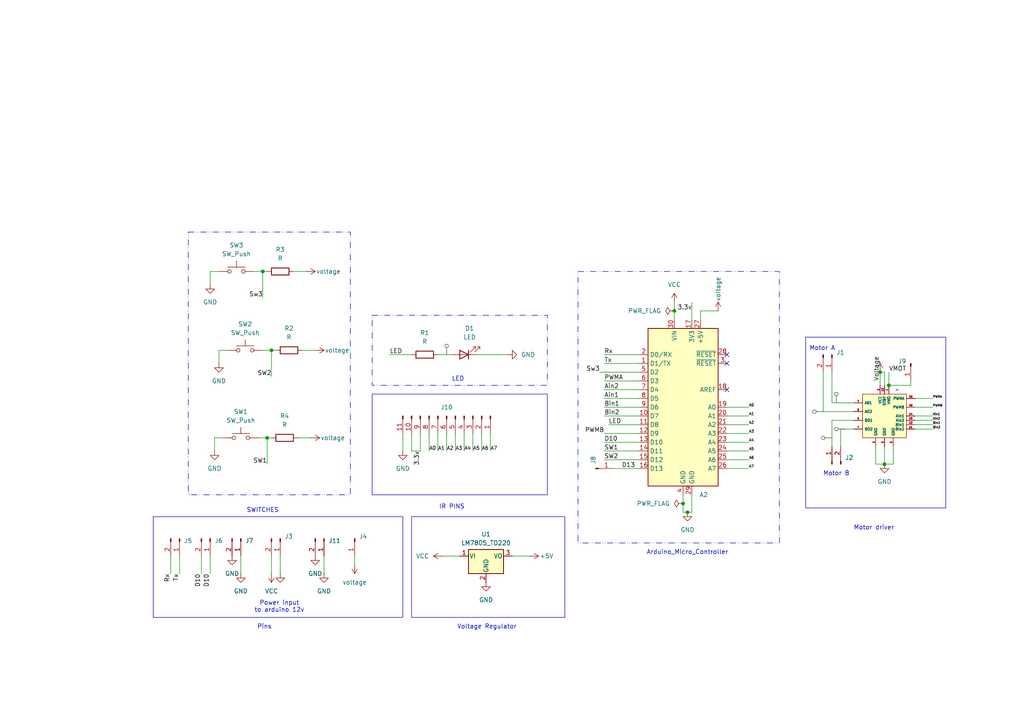
<source format=kicad_sch>
(kicad_sch (version 20231120) (generator "eeschema") (generator_version "8.0")
  (paper "A4")
  (title_block (title "MicroMouse") (date "2024-07-05") (rev "V1") (company "Prashant Bhandari") (comment 1 "prototype"))
  (lib_symbols
    (symbol "Connector:Conn_01x01_Pin" (pin_names (offset 1.016) hide)
      (property "Reference" "J" (at 0 2.54 0))
      (property "Value" "Conn_01x01_Pin" (at 0 -2.54 0))
      (symbol "Conn_01x01_Pin_1_1"
        (polyline (pts (xy 1.27 0) (xy 0.8636 0)) (stroke (width 0.1524)))
        (rectangle (start 0.8636 0.127) (end 0 -0.127) (stroke (width 0.1524)) (fill (type outline)))
        (pin passive line (at 5.08 0 180) (length 3.81) (name "Pin_1") (number "1"))
      )
    )
    (symbol "Connector:Conn_01x02_Pin" (pin_names (offset 1.016) hide)
      (property "Reference" "J" (at 0 2.54 0))
      (property "Value" "Conn_01x02_Pin" (at 0 -5.08 0))
      (symbol "Conn_01x02_Pin_1_1"
        (polyline (pts (xy 1.27 -2.54) (xy 0.8636 -2.54)) (stroke (width 0.1524)))
        (polyline (pts (xy 1.27 0) (xy 0.8636 0)) (stroke (width 0.1524)))
        (rectangle (start 0.8636 -2.413) (end 0 -2.667) (stroke (width 0.1524)) (fill (type outline)))
        (rectangle (start 0.8636 0.127) (end 0 -0.127) (stroke (width 0.1524)) (fill (type outline)))
        (pin passive line (at 5.08 0 180) (length 3.81) (name "Pin_1") (number "1"))
        (pin passive line (at 5.08 -2.54 180) (length 3.81) (name "Pin_2") (number "2"))
      )
    )
    (symbol "Connector:Conn_01x11_Pin" (pin_names (offset 1.016) hide)
      (property "Reference" "J" (at 0 15.24 0))
      (property "Value" "Conn_01x11_Pin" (at 0 -15.24 0))
      (symbol "Conn_01x11_Pin_1_1"
        (polyline (pts (xy 1.27 -12.7) (xy 0.8636 -12.7)) (stroke (width 0.1524)))
        (polyline (pts (xy 1.27 -10.16) (xy 0.8636 -10.16)) (stroke (width 0.1524)))
        (polyline (pts (xy 1.27 -7.62) (xy 0.8636 -7.62)) (stroke (width 0.1524)))
        (polyline (pts (xy 1.27 -5.08) (xy 0.8636 -5.08)) (stroke (width 0.1524)))
        (polyline (pts (xy 1.27 -2.54) (xy 0.8636 -2.54)) (stroke (width 0.1524)))
        (polyline (pts (xy 1.27 0) (xy 0.8636 0)) (stroke (width 0.1524)))
        (polyline (pts (xy 1.27 2.54) (xy 0.8636 2.54)) (stroke (width 0.1524)))
        (polyline (pts (xy 1.27 5.08) (xy 0.8636 5.08)) (stroke (width 0.1524)))
        (polyline (pts (xy 1.27 7.62) (xy 0.8636 7.62)) (stroke (width 0.1524)))
        (polyline (pts (xy 1.27 10.16) (xy 0.8636 10.16)) (stroke (width 0.1524)))
        (polyline (pts (xy 1.27 12.7) (xy 0.8636 12.7)) (stroke (width 0.1524)))
        (rectangle (start 0.8636 -12.573) (end 0 -12.827) (stroke (width 0.1524)) (fill (type outline)))
        (rectangle (start 0.8636 -10.033) (end 0 -10.287) (stroke (width 0.1524)) (fill (type outline)))
        (rectangle (start 0.8636 -7.493) (end 0 -7.747) (stroke (width 0.1524)) (fill (type outline)))
        (rectangle (start 0.8636 -4.953) (end 0 -5.207) (stroke (width 0.1524)) (fill (type outline)))
        (rectangle (start 0.8636 -2.413) (end 0 -2.667) (stroke (width 0.1524)) (fill (type outline)))
        (rectangle (start 0.8636 0.127) (end 0 -0.127) (stroke (width 0.1524)) (fill (type outline)))
        (rectangle (start 0.8636 2.667) (end 0 2.413) (stroke (width 0.1524)) (fill (type outline)))
        (rectangle (start 0.8636 5.207) (end 0 4.953) (stroke (width 0.1524)) (fill (type outline)))
        (rectangle (start 0.8636 7.747) (end 0 7.493) (stroke (width 0.1524)) (fill (type outline)))
        (rectangle (start 0.8636 10.287) (end 0 10.033) (stroke (width 0.1524)) (fill (type outline)))
        (rectangle (start 0.8636 12.827) (end 0 12.573) (stroke (width 0.1524)) (fill (type outline)))
        (pin passive line (at 5.08 12.7 180) (length 3.81) (name "Pin_1") (number "1"))
        (pin passive line (at 5.08 -10.16 180) (length 3.81) (name "Pin_10") (number "10"))
        (pin passive line (at 5.08 -12.7 180) (length 3.81) (name "Pin_11") (number "11"))
        (pin passive line (at 5.08 10.16 180) (length 3.81) (name "Pin_2") (number "2"))
        (pin passive line (at 5.08 7.62 180) (length 3.81) (name "Pin_3") (number "3"))
        (pin passive line (at 5.08 5.08 180) (length 3.81) (name "Pin_4") (number "4"))
        (pin passive line (at 5.08 2.54 180) (length 3.81) (name "Pin_5") (number "5"))
        (pin passive line (at 5.08 0 180) (length 3.81) (name "Pin_6") (number "6"))
        (pin passive line (at 5.08 -2.54 180) (length 3.81) (name "Pin_7") (number "7"))
        (pin passive line (at 5.08 -5.08 180) (length 3.81) (name "Pin_8") (number "8"))
        (pin passive line (at 5.08 -7.62 180) (length 3.81) (name "Pin_9") (number "9"))
      )
    )
    (symbol "Device:LED" (pin_numbers hide) (pin_names (offset 1.016) hide)
      (property "Reference" "D" (at 0 2.54 0))
      (property "Value" "LED" (at 0 -2.54 0))
      (symbol "LED_0_1"
        (polyline (pts (xy -1.27 -1.27) (xy -1.27 1.27)) (stroke (width 0.254)))
        (polyline (pts (xy -1.27 0) (xy 1.27 0)))
        (polyline (pts (xy 1.27 -1.27) (xy 1.27 1.27) (xy -1.27 0) (xy 1.27 -1.27)) (stroke (width 0.254)))
        (polyline (pts (xy -3.048 -0.762) (xy -4.572 -2.286) (xy -3.81 -2.286) (xy -4.572 -2.286) (xy -4.572 -1.524)))
        (polyline (pts (xy -1.778 -0.762) (xy -3.302 -2.286) (xy -2.54 -2.286) (xy -3.302 -2.286) (xy -3.302 -1.524)))
      )
      (symbol "LED_1_1"
        (pin passive line (at -3.81 0 0) (length 2.54) (name "K") (number "1"))
        (pin passive line (at 3.81 0 180) (length 2.54) (name "A") (number "2"))
      )
    )
    (symbol "Device:R" (pin_numbers hide) (pin_names (offset 0))
      (property "Reference" "R" (at 2.032 0 90))
      (property "Value" "R" (at 0 0 90))
      (symbol "R_0_1"
        (rectangle (start -1.016 -2.54) (end 1.016 2.54) (stroke (width 0.254)))
      )
      (symbol "R_1_1"
        (pin passive line (at 0 3.81 270) (length 1.27) (name "~") (number "1"))
        (pin passive line (at 0 -3.81 90) (length 1.27) (name "~") (number "2"))
      )
    )
    (symbol "MCU_Module:Arduino_Nano_v3.x"
      (property "Reference" "A" (at -10.16 23.495 0))
      (property "Value" "Arduino_Nano_v3.x" (at 5.08 -24.13 0))
      (symbol "Arduino_Nano_v3.x_0_1"
        (rectangle (start -10.16 22.86) (end 10.16 -22.86) (stroke (width 0.254)) (fill (type background)))
      )
      (symbol "Arduino_Nano_v3.x_1_1"
        (pin bidirectional line (at -12.7 12.7 0) (length 2.54) (name "D1/TX") (number "1"))
        (pin bidirectional line (at -12.7 -2.54 0) (length 2.54) (name "D7") (number "10"))
        (pin bidirectional line (at -12.7 -5.08 0) (length 2.54) (name "D8") (number "11"))
        (pin bidirectional line (at -12.7 -7.62 0) (length 2.54) (name "D9") (number "12"))
        (pin bidirectional line (at -12.7 -10.16 0) (length 2.54) (name "D10") (number "13"))
        (pin bidirectional line (at -12.7 -12.7 0) (length 2.54) (name "D11") (number "14"))
        (pin bidirectional line (at -12.7 -15.24 0) (length 2.54) (name "D12") (number "15"))
        (pin bidirectional line (at -12.7 -17.78 0) (length 2.54) (name "D13") (number "16"))
        (pin power_out line (at 2.54 25.4 270) (length 2.54) (name "3V3") (number "17"))
        (pin input line (at 12.7 5.08 180) (length 2.54) (name "AREF") (number "18"))
        (pin bidirectional line (at 12.7 0 180) (length 2.54) (name "A0") (number "19"))
        (pin bidirectional line (at -12.7 15.24 0) (length 2.54) (name "D0/RX") (number "2"))
        (pin bidirectional line (at 12.7 -2.54 180) (length 2.54) (name "A1") (number "20"))
        (pin bidirectional line (at 12.7 -5.08 180) (length 2.54) (name "A2") (number "21"))
        (pin bidirectional line (at 12.7 -7.62 180) (length 2.54) (name "A3") (number "22"))
        (pin bidirectional line (at 12.7 -10.16 180) (length 2.54) (name "A4") (number "23"))
        (pin bidirectional line (at 12.7 -12.7 180) (length 2.54) (name "A5") (number "24"))
        (pin bidirectional line (at 12.7 -15.24 180) (length 2.54) (name "A6") (number "25"))
        (pin bidirectional line (at 12.7 -17.78 180) (length 2.54) (name "A7") (number "26"))
        (pin power_out line (at 5.08 25.4 270) (length 2.54) (name "+5V") (number "27"))
        (pin input line (at 12.7 15.24 180) (length 2.54) (name "~{RESET}") (number "28"))
        (pin power_in line (at 2.54 -25.4 90) (length 2.54) (name "GND") (number "29"))
        (pin input line (at 12.7 12.7 180) (length 2.54) (name "~{RESET}") (number "3"))
        (pin power_in line (at -2.54 25.4 270) (length 2.54) (name "VIN") (number "30"))
        (pin power_in line (at 0 -25.4 90) (length 2.54) (name "GND") (number "4"))
        (pin bidirectional line (at -12.7 10.16 0) (length 2.54) (name "D2") (number "5"))
        (pin bidirectional line (at -12.7 7.62 0) (length 2.54) (name "D3") (number "6"))
        (pin bidirectional line (at -12.7 5.08 0) (length 2.54) (name "D4") (number "7"))
        (pin bidirectional line (at -12.7 2.54 0) (length 2.54) (name "D5") (number "8"))
        (pin bidirectional line (at -12.7 0 0) (length 2.54) (name "D6") (number "9"))
      )
    )
    (symbol "Regulator_Linear:LM7805_TO220" (pin_names (offset 0.254))
      (property "Reference" "U" (at -3.81 3.175 0))
      (property "Value" "LM7805_TO220" (at 0 3.175 0))
      (symbol "LM7805_TO220_0_1"
        (rectangle (start -5.08 1.905) (end 5.08 -5.08) (stroke (width 0.254)) (fill (type background)))
      )
      (symbol "LM7805_TO220_1_1"
        (pin power_in line (at -7.62 0 0) (length 2.54) (name "VI") (number "1"))
        (pin power_in line (at 0 -7.62 90) (length 2.54) (name "GND") (number "2"))
        (pin power_out line (at 7.62 0 180) (length 2.54) (name "VO") (number "3"))
      )
    )
    (symbol "Switch:SW_Push" (pin_numbers hide) (pin_names (offset 1.016) hide)
      (property "Reference" "SW" (at 1.27 2.54 0))
      (property "Value" "SW_Push" (at 0 -1.524 0))
      (symbol "SW_Push_0_1"
        (circle (center -2.032 0) (radius 0.508))
        (polyline (pts (xy 0 1.27) (xy 0 3.048)))
        (polyline (pts (xy 2.54 1.27) (xy -2.54 1.27)))
        (circle (center 2.032 0) (radius 0.508))
        (pin passive line (at -5.08 0 0) (length 2.54) (name "1") (number "1"))
        (pin passive line (at 5.08 0 180) (length 2.54) (name "2") (number "2"))
      )
    )
    (symbol "micromouse1.0:tbfng_motor_driver"
      (property "Value" "~" (at 3.1149 7.62 0))
      (symbol "tbfng_motor_driver_1_1"
        (rectangle (start -6.35 6.35) (end 6.35 -6.35) (fill (type background)))
        (pin power_in line (at 1.27 8.89 270) (length 2.54) (name "VMO") (number "1"))
        (pin input line (at 8.89 2.54 180) (length 2.54) (name "PWMB") (number "10"))
        (pin input line (at 8.89 -3.81 180) (length 2.54) (name "Bin2") (number "11"))
        (pin input line (at 8.89 -2.54 180) (length 2.54) (name "Bin1") (number "12"))
        (pin power_in line (at 0 8.89 270) (length 2.54) (name "STBY") (number "13"))
        (pin input line (at 8.89 0 180) (length 2.54) (name "Ain1") (number "14"))
        (pin input line (at 8.89 -1.27 180) (length 2.54) (name "Ain2") (number "15"))
        (pin input line (at 8.89 5.08 180) (length 2.54) (name "PWMA") (number "16"))
        (pin power_in line (at -1.27 8.89 270) (length 2.54) (name "VCC") (number "2"))
        (pin power_in line (at -2.54 -8.89 90) (length 2.54) (name "GND") (number "3"))
        (pin power_out line (at -8.89 3.81 0) (length 2.54) (name "A01") (number "4"))
        (pin power_out line (at -8.89 1.27 0) (length 2.54) (name "AO2") (number "5"))
        (pin power_out line (at -8.89 -1.27 0) (length 2.54) (name "BO1") (number "6"))
        (pin power_out line (at -8.89 -3.81 0) (length 2.54) (name "BO2") (number "7"))
        (pin power_in line (at 0 -8.89 90) (length 2.54) (name "GND") (number "8"))
        (pin power_in line (at 2.54 -8.89 90) (length 2.54) (name "GND") (number "9"))
      )
    )
    (symbol "power:+5V" (power) (pin_numbers hide) (pin_names (offset 0) hide)
      (property "Value" "+5V" (at 0 3.556 0))
      (symbol "+5V_0_1"
        (polyline (pts (xy -0.762 1.27) (xy 0 2.54)))
        (polyline (pts (xy 0 0) (xy 0 2.54)))
        (polyline (pts (xy 0 2.54) (xy 0.762 1.27)))
      )
      (symbol "+5V_1_1"
        (pin power_in line (at 0 0 90) (length 0) (name "~") (number "1"))
      )
    )
    (symbol "power:GND" (power) (pin_numbers hide) (pin_names (offset 0) hide)
      (property "Value" "GND" (at 0 -3.81 0))
      (symbol "GND_0_1"
        (polyline (pts (xy 0 0) (xy 0 -1.27) (xy 1.27 -1.27) (xy 0 -2.54) (xy -1.27 -1.27) (xy 0 -1.27)))
      )
      (symbol "GND_1_1"
        (pin power_in line (at 0 0 270) (length 0) (name "~") (number "1"))
      )
    )
    (symbol "power:PWR_FLAG" (power) (pin_numbers hide) (pin_names (offset 0) hide)
      (property "Value" "PWR_FLAG" (at 0 3.81 0))
      (symbol "PWR_FLAG_0_0"
        (pin power_out line (at 0 0 90) (length 0) (name "~") (number "1"))
      )
      (symbol "PWR_FLAG_0_1"
        (polyline (pts (xy 0 0) (xy 0 1.27) (xy -1.016 1.905) (xy 0 2.54) (xy 1.016 1.905) (xy 0 1.27)))
      )
    )
    (symbol "power:VCC" (power) (pin_numbers hide) (pin_names (offset 0) hide)
      (property "Value" "VCC" (at 0 3.556 0))
      (symbol "VCC_0_1"
        (polyline (pts (xy -0.762 1.27) (xy 0 2.54)))
        (polyline (pts (xy 0 0) (xy 0 2.54)))
        (polyline (pts (xy 0 2.54) (xy 0.762 1.27)))
      )
      (symbol "VCC_1_1"
        (pin power_in line (at 0 0 90) (length 0) (name "~") (number "1"))
      )
    )
  )
  (junction (at 257.81 111.76))
  (junction (at 195.58 90.17))
  (junction (at 255.27 107.95))
  (junction (at 77.47 127))
  (junction (at 76.2 78.74))
  (junction (at 256.54 134.62))
  (junction (at 199.39 148.59))
  (junction (at 78.74 101.6))
  (junction (at 198.12 146.05))
  (no_connect (at 210.82 105.41))
  (no_connect (at 210.82 113.03))
  (no_connect (at 210.82 102.87))
  (wire (pts (xy 210.82 128.27) (xy 217.17 128.27)))
  (wire (pts (xy 93.98 161.29) (xy 93.98 166.37)))
  (wire (pts (xy 254 129.54) (xy 254 134.62)))
  (wire (pts (xy 121.92 130.81) (xy 119.38 130.81)))
  (wire (pts (xy 241.3 107.95) (xy 241.3 116.84)))
  (wire (pts (xy 175.26 110.49) (xy 185.42 110.49)))
  (wire (pts (xy 175.26 120.65) (xy 185.42 120.65)))
  (wire (pts (xy 62.23 127) (xy 64.77 127)))
  (wire (pts (xy 73.66 78.74) (xy 76.2 78.74)))
  (wire (pts (xy 195.58 90.17) (xy 195.58 92.71)))
  (wire (pts (xy 77.47 127) (xy 78.74 127)))
  (wire (pts (xy 137.16 125.73) (xy 137.16 130.81)))
  (wire (pts (xy 78.74 101.6) (xy 80.01 101.6)))
  (wire (pts (xy 175.26 115.57) (xy 185.42 115.57)))
  (wire (pts (xy 87.63 101.6) (xy 91.44 101.6)))
  (wire (pts (xy 78.74 101.6) (xy 78.74 109.22)))
  (wire (pts (xy 257.81 111.76) (xy 264.16 111.76)))
  (wire (pts (xy 198.12 146.05) (xy 198.12 148.59)))
  (wire (pts (xy 85.09 78.74) (xy 88.9 78.74)))
  (wire (pts (xy 52.07 161.29) (xy 52.07 166.37)))
  (wire (pts (xy 63.5 105.41) (xy 63.5 101.6)))
  (wire (pts (xy 203.2 90.17) (xy 203.2 92.71)))
  (wire (pts (xy 175.26 128.27) (xy 185.42 128.27)))
  (wire (pts (xy 195.58 87.63) (xy 195.58 90.17)))
  (wire (pts (xy 60.96 78.74) (xy 63.5 78.74)))
  (wire (pts (xy 265.43 120.65) (xy 270.51 120.65)))
  (wire (pts (xy 200.66 87.63) (xy 200.66 92.71)))
  (wire (pts (xy 243.84 124.46) (xy 243.84 129.54)))
  (wire (pts (xy 60.96 161.29) (xy 60.96 166.37)))
  (wire (pts (xy 241.3 121.92) (xy 241.3 129.54)))
  (wire (pts (xy 241.3 121.92) (xy 247.65 121.92)))
  (wire (pts (xy 200.66 148.59) (xy 199.39 148.59)))
  (wire (pts (xy 265.43 121.92) (xy 270.51 121.92)))
  (wire (pts (xy 265.43 124.46) (xy 270.51 124.46)))
  (wire (pts (xy 76.2 78.74) (xy 76.2 86.36)))
  (wire (pts (xy 265.43 118.11) (xy 270.51 118.11)))
  (wire (pts (xy 257.81 107.95) (xy 257.81 111.76)))
  (wire (pts (xy 76.2 78.74) (xy 77.47 78.74)))
  (wire (pts (xy 265.43 123.19) (xy 270.51 123.19)))
  (wire (pts (xy 210.82 135.89) (xy 217.17 135.89)))
  (wire (pts (xy 129.54 125.73) (xy 129.54 130.81)))
  (wire (pts (xy 238.76 119.38) (xy 247.65 119.38)))
  (wire (pts (xy 175.26 125.73) (xy 185.42 125.73)))
  (wire (pts (xy 198.12 148.59) (xy 199.39 148.59)))
  (wire (pts (xy 121.92 125.73) (xy 121.92 130.81)))
  (wire (pts (xy 62.23 130.81) (xy 62.23 127)))
  (wire (pts (xy 210.82 125.73) (xy 217.17 125.73)))
  (wire (pts (xy 198.12 143.51) (xy 198.12 146.05)))
  (wire (pts (xy 264.16 111.76) (xy 264.16 110.49)))
  (wire (pts (xy 175.26 133.35) (xy 185.42 133.35)))
  (wire (pts (xy 113.03 102.87) (xy 119.38 102.87)))
  (wire (pts (xy 200.66 143.51) (xy 200.66 148.59)))
  (wire (pts (xy 210.82 130.81) (xy 217.17 130.81)))
  (wire (pts (xy 148.59 161.29) (xy 153.67 161.29)))
  (wire (pts (xy 241.3 116.84) (xy 247.65 116.84)))
  (wire (pts (xy 210.82 123.19) (xy 217.17 123.19)))
  (wire (pts (xy 210.82 133.35) (xy 217.17 133.35)))
  (wire (pts (xy 210.82 118.11) (xy 217.17 118.11)))
  (wire (pts (xy 176.53 123.19) (xy 185.42 123.19)))
  (wire (pts (xy 116.84 125.73) (xy 116.84 130.81)))
  (wire (pts (xy 238.76 119.38) (xy 238.76 107.95)))
  (wire (pts (xy 177.8 135.89) (xy 185.42 135.89)))
  (wire (pts (xy 60.96 82.55) (xy 60.96 78.74)))
  (wire (pts (xy 142.24 125.73) (xy 142.24 130.81)))
  (wire (pts (xy 259.08 129.54) (xy 259.08 134.62)))
  (wire (pts (xy 139.7 125.73) (xy 139.7 130.81)))
  (wire (pts (xy 173.99 107.95) (xy 185.42 107.95)))
  (wire (pts (xy 119.38 125.73) (xy 119.38 130.81)))
  (wire (pts (xy 175.26 113.03) (xy 185.42 113.03)))
  (wire (pts (xy 134.62 125.73) (xy 134.62 130.81)))
  (wire (pts (xy 77.47 127) (xy 77.47 134.62)))
  (wire (pts (xy 243.84 124.46) (xy 247.65 124.46)))
  (wire (pts (xy 256.54 129.54) (xy 256.54 134.62)))
  (wire (pts (xy 127 125.73) (xy 127 130.81)))
  (wire (pts (xy 63.5 101.6) (xy 66.04 101.6)))
  (wire (pts (xy 124.46 125.73) (xy 124.46 130.81)))
  (wire (pts (xy 175.26 118.11) (xy 185.42 118.11)))
  (wire (pts (xy 74.93 127) (xy 77.47 127)))
  (wire (pts (xy 255.27 107.95) (xy 256.54 107.95)))
  (wire (pts (xy 175.26 105.41) (xy 185.42 105.41)))
  (wire (pts (xy 127 102.87) (xy 130.81 102.87)))
  (wire (pts (xy 265.43 115.57) (xy 270.51 115.57)))
  (wire (pts (xy 128.27 161.29) (xy 133.35 161.29)))
  (wire (pts (xy 175.26 102.87) (xy 185.42 102.87)))
  (wire (pts (xy 78.74 161.29) (xy 78.74 166.37)))
  (wire (pts (xy 175.26 130.81) (xy 185.42 130.81)))
  (wire (pts (xy 81.28 161.29) (xy 81.28 166.37)))
  (wire (pts (xy 256.54 134.62) (xy 259.08 134.62)))
  (wire (pts (xy 256.54 107.95) (xy 256.54 111.76)))
  (wire (pts (xy 132.08 125.73) (xy 132.08 130.81)))
  (wire (pts (xy 210.82 120.65) (xy 217.17 120.65)))
  (wire (pts (xy 58.42 161.29) (xy 58.42 166.37)))
  (wire (pts (xy 102.87 161.29) (xy 102.87 163.83)))
  (wire (pts (xy 76.2 101.6) (xy 78.74 101.6)))
  (wire (pts (xy 69.85 161.29) (xy 69.85 166.37)))
  (wire (pts (xy 86.36 127) (xy 90.17 127)))
  (wire (pts (xy 254 134.62) (xy 256.54 134.62)))
  (wire (pts (xy 255.27 107.95) (xy 255.27 111.76)))
  (wire (pts (xy 138.43 102.87) (xy 147.32 102.87)))
  (wire (pts (xy 49.53 161.29) (xy 49.53 166.37)))
  (wire (pts (xy 203.2 90.17) (xy 208.28 90.17)))
  (rectangle (start 107.95 91.44) (end 158.75 111.76) (stroke (width 0) (type dash_dot_dot)))
  (rectangle (start 107.95 114.3) (end 158.75 143.51))
  (rectangle (start 233.68 97.79) (end 274.32 147.32))
  (rectangle (start 44.45 149.86) (end 116.84 179.07))
  (rectangle (start 119.38 149.86) (end 163.83 179.07))
  (rectangle (start 54.61 67.31) (end 101.6 143.51) (stroke (width 0) (type dash_dot_dot)))
  (rectangle (start 167.64 78.74) (end 226.06 157.48) (stroke (width 0) (type dash_dot_dot)))
  (text "Motor A\n" (at 238.506 101.092 0) (effects (font (size 1.27 1.27))))
  (text "Arduino_Micro_Controller" (at 199.39 160.274 0) (effects (font (size 1.27 1.27))))
  (text "Motor driver\n" (at 253.492 153.162 0) (effects (font (size 1.27 1.27))))
  (text "Voltage Regulator" (at 141.224 181.864 0) (effects (font (size 1.27 1.27))))
  (text "Power input\nto arduino 12v\n\n" (at 81.026 177.038 0) (effects (font (size 1.27 1.27))))
  (text "SWITCHES\n\n" (at 76.2 149.098 0) (effects (font (size 1.27 1.27))))
  (text "Pins" (at 76.708 181.864 0) (effects (font (size 1.27 1.27))))
  (text "LED" (at 132.842 109.982 0) (effects (font (size 1.27 1.27))))
  (text "Motor B\n" (at 242.57 137.414 0) (effects (font (size 1.27 1.27))))
  (text "IR PINS" (at 131.064 147.066 0) (effects (font (size 1.27 1.27))))
  (label "A5" (at 217.17 130.81 0) (effects (font (size 0.762 0.762))))
  (label "A5" (at 137.16 130.81 0) (effects (font (size 1.016 1.016))))
  (label "A2" (at 217.17 123.19 0) (effects (font (size 0.762 0.762))))
  (label "Bin1" (at 175.26 118.11 0))
  (label "Bin2" (at 270.51 124.46 0) (effects (font (size 0.635 0.635))))
  (label "A6" (at 217.17 133.35 0) (effects (font (size 0.762 0.762))))
  (label "PWMB" (at 270.51 118.11 0) (effects (font (size 0.635 0.635))))
  (label "A4" (at 134.62 130.81 0) (effects (font (size 1.016 1.016))))
  (label "Sw3" (at 173.99 107.95 180))
  (label "PWMA" (at 270.51 115.57 0) (effects (font (size 0.635 0.635))))
  (label "Ain2" (at 270.51 121.92 0) (effects (font (size 0.635 0.635))))
  (label "D10" (at 58.42 166.37 270))
  (label "A4" (at 217.17 128.27 0) (effects (font (size 0.762 0.762))))
  (label "Bin2" (at 175.26 120.65 0))
  (label "SW1" (at 77.47 134.62 180))
  (label "A1" (at 217.17 120.65 0) (effects (font (size 0.762 0.762))))
  (label "A3" (at 132.08 130.81 0) (effects (font (size 1.016 1.016))))
  (label "SW2" (at 175.26 133.35 0))
  (label "A0" (at 124.46 130.81 0) (effects (font (size 1.016 1.016))))
  (label "Bin1" (at 270.51 123.19 0) (effects (font (size 0.635 0.635))))
  (label "Sw3" (at 76.2 86.36 180))
  (label "Ain1" (at 270.51 120.65 0) (effects (font (size 0.635 0.635))))
  (label "VMOT" (at 257.81 107.95 0))
  (label "Ain1" (at 175.26 115.57 0))
  (label "A1" (at 127 130.81 0) (effects (font (size 1.016 1.016))))
  (label "3.3v" (at 200.66 90.17 180))
  (label "LED" (at 113.03 102.87 0))
  (label "A3" (at 217.17 125.73 0) (effects (font (size 0.762 0.762))))
  (label "Tx" (at 175.26 105.41 0))
  (label "Rx" (at 49.53 166.37 270))
  (label "A7" (at 217.17 135.89 0) (effects (font (size 0.762 0.762))))
  (label "A6" (at 139.7 130.81 0) (effects (font (size 1.016 1.016))))
  (label "D10" (at 60.96 166.37 270))
  (label "D13" (at 180.34 135.89 0))
  (label "SW1" (at 175.26 130.81 0))
  (label "SW2" (at 78.74 109.22 180))
  (label "D10" (at 175.26 128.27 0))
  (label "A2" (at 129.54 130.81 0) (effects (font (size 1.016 1.016))))
  (label "PWMA" (at 175.26 110.49 0))
  (label "A0" (at 217.17 118.11 0) (effects (font (size 0.762 0.762))))
  (label "3.3v" (at 121.92 130.81 270))
  (label "LED" (at 176.53 123.19 0))
  (label "Ain2" (at 175.26 113.03 0))
  (label "Tx" (at 52.07 166.37 270))
  (label "PWMB" (at 175.26 125.73 180))
  (label "A7" (at 142.24 130.81 0) (effects (font (size 1.016 1.016))))
  (label "Voltage" (at 255.27 110.49 90))
  (label "Rx" (at 175.26 102.87 0))
  (netclass_flag "" (length 2.54) (shape round) (at 245.11 124.46 90) (property "Netclass" "signal" (effects (hide yes))))
  (netclass_flag "" (length 2.54) (shape round) (at 242.57 116.84 0) (property "Netclass" "signal" (effects (hide yes))))
  (netclass_flag "" (length 2.54) (shape round) (at 129.54 102.87 0) (property "Netclass" "signal" (effects (hide yes))))
  (netclass_flag "" (length 2.54) (shape round) (at 241.3 127 90) (property "Netclass" "signal" (effects (hide yes))))
  (netclass_flag "" (length 2.54) (shape round) (at 238.76 119.38 90) (property "Netclass" "signal" (effects (hide yes))))
  (symbol (lib_id "power:GND") (at 62.23 130.81 0) (unit 1)
    (property "Reference" "#PWR08" (effects (hide yes)))
    (property "Value" "GND" (at 62.23 135.89 0))
    (property "Description" "Power symbol creates a global label with name \"GND\" , ground" (effects (hide yes)))
  )
  (symbol (lib_id "Connector:Conn_01x02_Pin") (at 241.3 134.62 90) (unit 1)
    (property "Reference" "J2" (at 245.11 132.7149 90) (effects (justify right)))
    (property "Value" "Conn_01x02_Pin" (effects (hide yes)))
    (property "Footprint" "Connector_PinSocket_2.54mm:PinSocket_1x02_P2.54mm_Vertical" (effects (hide yes)))
    (property "Description" "Generic connector, single row, 01x02, script generated" (effects (hide yes)))
  )
  (symbol (lib_id "power:PWR_FLAG") (at 195.58 90.17 90) (unit 1)
    (property "Reference" "#FLG02" (effects (hide yes)))
    (property "Value" "PWR_FLAG" (at 191.77 90.1699 90) (effects (justify left)))
    (property "Description" "Special symbol for telling ERC where power comes from" (effects (hide yes)))
  )
  (symbol (lib_id "power:+5V") (at 91.44 101.6 270) (unit 1)
    (property "Reference" "#PWR020" (effects (hide yes)))
    (property "Value" "voltage" (at 94.234 101.6 90) (effects (justify left)))
    (property "Description" "Power symbol creates a global label with name \"+5V\"" (effects (hide yes)))
  )
  (symbol (lib_id "power:GND") (at 116.84 130.81 0) (unit 1)
    (property "Reference" "#PWR015" (effects (hide yes)))
    (property "Value" "GND" (at 116.84 135.89 0))
    (property "Description" "Power symbol creates a global label with name \"GND\" , ground" (effects (hide yes)))
  )
  (symbol (lib_id "power:GND") (at 81.28 166.37 0) (unit 1)
    (property "Reference" "#PWR011" (effects (hide yes)))
    (property "Value" "GND" (effects (hide yes)))
    (property "Description" "Power symbol creates a global label with name \"GND\" , ground" (effects (hide yes)))
  )
  (symbol (lib_id "power:GND") (at 199.39 148.59 0) (unit 1)
    (property "Reference" "#PWR01" (effects (hide yes)))
    (property "Value" "GND" (at 199.39 153.67 0))
    (property "Description" "Power symbol creates a global label with name \"GND\" , ground" (effects (hide yes)))
  )
  (symbol (lib_id "power:+5V") (at 88.9 78.74 270) (unit 1)
    (property "Reference" "#PWR021" (effects (hide yes)))
    (property "Value" "voltage" (at 91.694 78.74 90) (effects (justify left)))
    (property "Description" "Power symbol creates a global label with name \"+5V\"" (effects (hide yes)))
  )
  (symbol (lib_id "MCU_Module:Arduino_Nano_v3.x") (at 198.12 118.11 0) (unit 1)
    (property "Reference" "A2" (at 202.8541 143.51 0) (effects (justify left)))
    (property "Value" "Arduino_Nano_v3.x" (effects (hide yes)))
    (property "Footprint" "Module:Arduino_Nano" (effects (hide yes)))
    (property "Datasheet" "http://www.mouser.com/pdfdocs/Gravitech_Arduino_Nano3_0.pdf" (effects (hide yes)))
    (property "Description" "Arduino Nano v3.x" (effects (hide yes)))
  )
  (symbol (lib_id "power:GND") (at 63.5 105.41 0) (unit 1)
    (property "Reference" "#PWR06" (effects (hide yes)))
    (property "Value" "GND" (at 63.5 110.49 0))
    (property "Description" "Power symbol creates a global label with name \"GND\" , ground" (effects (hide yes)))
  )
  (symbol (lib_id "Switch:SW_Push") (at 71.12 101.6 0) (unit 1)
    (property "Reference" "SW2" (at 71.12 93.98 0))
    (property "Value" "SW_Push" (at 71.12 96.52 0))
    (property "Footprint" "Button_Switch_THT:SW_PUSH_6mm" (effects (hide yes)))
    (property "Description" "Push button switch, generic, two pins" (effects (hide yes)))
  )
  (symbol (lib_id "power:GND") (at 69.85 166.37 0) (unit 1)
    (property "Reference" "#PWR013" (effects (hide yes)))
    (property "Value" "GND" (at 69.85 171.45 0))
    (property "Description" "Power symbol creates a global label with name \"GND\" , ground" (effects (hide yes)))
  )
  (symbol (lib_id "Connector:Conn_01x01_Pin") (at 102.87 156.21 270) (unit 1)
    (property "Reference" "J4" (at 104.14 155.5749 90) (effects (justify left)))
    (property "Value" "Conn_01x01_Pin" (effects (hide yes)))
    (property "Footprint" "Connector_PinSocket_2.54mm:PinSocket_1x01_P2.54mm_Vertical" (effects (hide yes)))
    (property "Description" "Generic connector, single row, 01x01, script generated" (effects (hide yes)))
  )
  (symbol (lib_id "Device:R") (at 81.28 78.74 270) (unit 1)
    (property "Reference" "R3" (at 81.28 72.39 90))
    (property "Value" "R" (at 81.28 74.93 90))
    (property "Footprint" "Resistor_THT:R_Axial_DIN0204_L3.6mm_D1.6mm_P5.08mm_Horizontal" (effects (hide yes)))
    (property "Description" "Resistor" (effects (hide yes)))
  )
  (symbol (lib_id "power:+5V") (at 102.87 163.83 180) (unit 1)
    (property "Reference" "#PWR019" (effects (hide yes)))
    (property "Value" "voltage" (at 102.87 168.91 0))
    (property "Description" "Power symbol creates a global label with name \"+5V\"" (effects (hide yes)))
  )
  (symbol (lib_id "power:VCC") (at 78.74 166.37 180) (unit 1)
    (property "Reference" "#PWR010" (effects (hide yes)))
    (property "Value" "VCC" (at 78.74 171.45 0))
    (property "Description" "Power symbol creates a global label with name \"VCC\"" (effects (hide yes)))
  )
  (symbol (lib_id "Connector:Conn_01x02_Pin") (at 52.07 156.21 270) (unit 1)
    (property "Reference" "J5" (at 53.34 156.8449 90) (effects (justify left)))
    (property "Value" "Conn_01x02_Pin" (effects (hide yes)))
    (property "Footprint" "Connector_PinSocket_2.54mm:PinSocket_1x02_P2.54mm_Vertical" (effects (hide yes)))
    (property "Description" "Generic connector, single row, 01x02, script generated" (effects (hide yes)))
  )
  (symbol (lib_id "power:GND") (at 256.54 134.62 0) (unit 1)
    (property "Reference" "#PWR02" (effects (hide yes)))
    (property "Value" "GND" (at 256.54 139.7 0))
    (property "Description" "Power symbol creates a global label with name \"GND\" , ground" (effects (hide yes)))
  )
  (symbol (lib_id "Regulator_Linear:LM7805_TO220") (at 140.97 161.29 0) (unit 1)
    (property "Reference" "U1" (at 140.97 154.94 0))
    (property "Value" "LM7805_TO220" (at 140.97 157.48 0))
    (property "Footprint" "Package_TO_SOT_THT:TO-220-3_Vertical" (effects (hide yes)))
    (property "Datasheet" "https://www.onsemi.cn/PowerSolutions/document/MC7800-D.PDF" (effects (hide yes)))
    (property "Description" "Positive 1A 35V Linear Regulator, Fixed Output 5V, TO-220" (effects (hide yes)))
  )
  (symbol (lib_id "power:GND") (at 93.98 166.37 0) (unit 1)
    (property "Reference" "#PWR023" (effects (hide yes)))
    (property "Value" "GND" (at 93.98 171.45 0))
    (property "Description" "Power symbol creates a global label with name \"GND\" , ground" (effects (hide yes)))
  )
  (symbol (lib_id "Device:R") (at 82.55 127 270) (unit 1)
    (property "Reference" "R4" (at 82.55 120.65 90))
    (property "Value" "R" (at 82.55 123.19 90))
    (property "Footprint" "Resistor_THT:R_Axial_DIN0204_L3.6mm_D1.6mm_P5.08mm_Horizontal" (effects (hide yes)))
    (property "Description" "Resistor" (effects (hide yes)))
  )
  (symbol (lib_id "power:GND") (at 91.44 161.29 0) (unit 1)
    (property "Reference" "#PWR022" (effects (hide yes)))
    (property "Value" "GND" (at 91.44 166.37 0))
    (property "Description" "Power symbol creates a global label with name \"GND\" , ground" (effects (hide yes)))
  )
  (symbol (lib_id "power:VCC") (at 195.58 87.63 0) (unit 1)
    (property "Reference" "#PWR03" (effects (hide yes)))
    (property "Value" "VCC" (at 195.58 82.55 0))
    (property "Description" "Power symbol creates a global label with name \"VCC\"" (effects (hide yes)))
  )
  (symbol (lib_id "power:+5V") (at 208.28 90.17 0) (unit 1)
    (property "Reference" "#PWR09" (effects (hide yes)))
    (property "Value" "voltage" (at 208.28 87.376 90) (effects (justify left)))
    (property "Description" "Power symbol creates a global label with name \"+5V\"" (effects (hide yes)))
  )
  (symbol (lib_id "Connector:Conn_01x02_Pin") (at 69.85 156.21 270) (unit 1)
    (property "Reference" "J7" (at 71.12 156.8449 90) (effects (justify left)))
    (property "Value" "Conn_01x02_Pin" (effects (hide yes)))
    (property "Footprint" "Connector_PinSocket_2.54mm:PinSocket_1x02_P2.54mm_Vertical" (effects (hide yes)))
    (property "Description" "Generic connector, single row, 01x02, script generated" (effects (hide yes)))
  )
  (symbol (lib_id "power:GND") (at 140.97 168.91 0) (unit 1)
    (property "Reference" "#PWR017" (effects (hide yes)))
    (property "Value" "GND" (at 140.97 173.99 0))
    (property "Description" "Power symbol creates a global label with name \"GND\" , ground" (effects (hide yes)))
  )
  (symbol (lib_id "Connector:Conn_01x02_Pin") (at 81.28 156.21 270) (unit 1)
    (property "Reference" "J3" (at 82.55 155.5749 90) (effects (justify left)))
    (property "Value" "Conn_01x02_Pin" (effects (hide yes)))
    (property "Footprint" "Connector_PinSocket_2.54mm:PinSocket_1x02_P2.54mm_Vertical" (effects (hide yes)))
    (property "Description" "Generic connector, single row, 01x02, script generated" (effects (hide yes)))
  )
  (symbol (lib_id "Device:LED") (at 134.62 102.87 180) (unit 1)
    (property "Reference" "D1" (at 136.2075 95.25 0))
    (property "Value" "LED" (at 136.2075 97.79 0))
    (property "Footprint" "LED_THT:LED_D1.8mm_W1.8mm_H2.4mm_Horizontal_O1.27mm_Z1.6mm" (effects (hide yes)))
    (property "Description" "Light emitting diode" (effects (hide yes)))
  )
  (symbol (lib_id "Device:R") (at 83.82 101.6 270) (unit 1)
    (property "Reference" "R2" (at 83.82 95.25 90))
    (property "Value" "R" (at 83.82 97.79 90))
    (property "Footprint" "Resistor_THT:R_Axial_DIN0204_L3.6mm_D1.6mm_P5.08mm_Horizontal" (effects (hide yes)))
    (property "Description" "Resistor" (effects (hide yes)))
  )
  (symbol (lib_id "micromouse1.0:tbfng_motor_driver") (at 256.54 120.65 0) (unit 1)
    (property "Reference" "MD1" (effects (hide yes)))
    (property "Value" "~" (at 259.6549 113.03 0) (effects (justify left)))
    (property "Footprint" "micromouse1.0:tbfng motor driver" (effects (hide yes)))
  )
  (symbol (lib_id "power:GND") (at 67.31 161.29 0) (unit 1)
    (property "Reference" "#PWR012" (effects (hide yes)))
    (property "Value" "GND" (at 67.31 166.37 0))
    (property "Description" "Power symbol creates a global label with name \"GND\" , ground" (effects (hide yes)))
  )
  (symbol (lib_id "Connector:Conn_01x02_Pin") (at 93.98 156.21 270) (unit 1)
    (property "Reference" "J11" (at 95.25 156.8449 90) (effects (justify left)))
    (property "Value" "Conn_01x02_Pin" (effects (hide yes)))
    (property "Footprint" "Connector_PinSocket_2.54mm:PinSocket_1x02_P2.54mm_Vertical" (effects (hide yes)))
    (property "Description" "Generic connector, single row, 01x02, script generated" (effects (hide yes)))
  )
  (symbol (lib_id "Switch:SW_Push") (at 68.58 78.74 0) (unit 1)
    (property "Reference" "SW3" (at 68.58 71.12 0))
    (property "Value" "SW_Push" (at 68.58 73.66 0))
    (property "Footprint" "Button_Switch_THT:SW_PUSH_6mm" (effects (hide yes)))
    (property "Description" "Push button switch, generic, two pins" (effects (hide yes)))
  )
  (symbol (lib_id "Connector:Conn_01x02_Pin") (at 60.96 156.21 270) (unit 1)
    (property "Reference" "J6" (at 62.23 156.8449 90) (effects (justify left)))
    (property "Value" "Conn_01x02_Pin" (effects (hide yes)))
    (property "Footprint" "Connector_PinSocket_2.54mm:PinSocket_1x02_P2.54mm_Vertical" (effects (hide yes)))
    (property "Description" "Generic connector, single row, 01x02, script generated" (effects (hide yes)))
  )
  (symbol (lib_id "power:+5V") (at 90.17 127 270) (unit 1)
    (property "Reference" "#PWR07" (effects (hide yes)))
    (property "Value" "voltage" (at 92.964 127 90) (effects (justify left)))
    (property "Description" "Power symbol creates a global label with name \"+5V\"" (effects (hide yes)))
  )
  (symbol (lib_id "Connector:Conn_01x01_Pin") (at 264.16 105.41 90) (mirror x) (unit 1)
    (property "Reference" "J9" (at 262.89 104.7749 90) (effects (justify left)))
    (property "Value" "Conn_01x01_Pin" (effects (hide yes)))
    (property "Footprint" "Connector_PinSocket_2.54mm:PinSocket_1x01_P2.54mm_Vertical" (effects (hide yes)))
    (property "Description" "Generic connector, single row, 01x01, script generated" (effects (hide yes)))
  )
  (symbol (lib_id "power:GND") (at 147.32 102.87 90) (unit 1)
    (property "Reference" "#PWR05" (effects (hide yes)))
    (property "Value" "GND" (at 151.13 102.8699 90) (effects (justify right)))
    (property "Description" "Power symbol creates a global label with name \"GND\" , ground" (effects (hide yes)))
  )
  (symbol (lib_id "power:PWR_FLAG") (at 198.12 146.05 90) (unit 1)
    (property "Reference" "#FLG01" (effects (hide yes)))
    (property "Value" "PWR_FLAG" (at 194.31 146.0499 90) (effects (justify left)))
    (property "Description" "Special symbol for telling ERC where power comes from" (effects (hide yes)))
  )
  (symbol (lib_id "power:GND") (at 60.96 82.55 0) (unit 1)
    (property "Reference" "#PWR014" (effects (hide yes)))
    (property "Value" "GND" (at 60.96 87.63 0))
    (property "Description" "Power symbol creates a global label with name \"GND\" , ground" (effects (hide yes)))
  )
  (symbol (lib_id "power:VCC") (at 128.27 161.29 90) (unit 1)
    (property "Reference" "#PWR016" (effects (hide yes)))
    (property "Value" "VCC" (at 124.46 161.2899 90) (effects (justify left)))
    (property "Description" "Power symbol creates a global label with name \"VCC\"" (effects (hide yes)))
  )
  (symbol (lib_id "Connector:Conn_01x02_Pin") (at 241.3 102.87 270) (unit 1)
    (property "Reference" "J1" (at 242.57 102.2349 90) (effects (justify left)))
    (property "Value" "Conn_01x02_Pin" (effects (hide yes)))
    (property "Footprint" "Connector_PinSocket_2.54mm:PinSocket_1x02_P2.54mm_Vertical" (effects (hide yes)))
    (property "Description" "Generic connector, single row, 01x02, script generated" (effects (hide yes)))
  )
  (symbol (lib_id "Switch:SW_Push") (at 69.85 127 0) (unit 1)
    (property "Reference" "SW1" (at 69.85 119.38 0))
    (property "Value" "SW_Push" (at 69.85 121.92 0))
    (property "Footprint" "Button_Switch_THT:SW_PUSH_6mm" (effects (hide yes)))
    (property "Description" "Push button switch, generic, two pins" (effects (hide yes)))
  )
  (symbol (lib_id "Connector:Conn_01x01_Pin") (at 172.72 135.89 0) (unit 1)
    (property "Reference" "J8" (at 172.0849 134.62 90) (effects (justify left)))
    (property "Value" "Conn_01x01_Pin" (effects (hide yes)))
    (property "Footprint" "Connector_PinSocket_2.54mm:PinSocket_1x01_P2.54mm_Vertical" (effects (hide yes)))
    (property "Description" "Generic connector, single row, 01x01, script generated" (effects (hide yes)))
  )
  (symbol (lib_id "power:+5V") (at 153.67 161.29 270) (unit 1)
    (property "Reference" "#PWR018" (effects (hide yes)))
    (property "Value" "+5V" (at 156.464 161.29 90) (effects (justify left)))
    (property "Description" "Power symbol creates a global label with name \"+5V\"" (effects (hide yes)))
  )
  (symbol (lib_id "power:+5V") (at 255.27 107.95 0) (unit 1)
    (property "Reference" "#PWR04" (effects (hide yes)))
    (property "Value" "+5V" (effects (hide yes)))
    (property "Description" "Power symbol creates a global label with name \"+5V\"" (effects (hide yes)))
  )
  (symbol (lib_id "Connector:Conn_01x11_Pin") (at 129.54 120.65 270) (unit 1)
    (property "Reference" "J10" (at 129.54 118.11 90))
    (property "Value" "Conn_01x11_Pin" (effects (hide yes)))
    (property "Footprint" "Connector_PinSocket_2.54mm:PinSocket_1x11_P2.54mm_Vertical" (effects (hide yes)))
    (property "Description" "Generic connector, single row, 01x11, script generated" (effects (hide yes)))
  )
  (symbol (lib_id "Device:R") (at 123.19 102.87 90) (unit 1)
    (property "Reference" "R1" (at 123.19 96.52 90))
    (property "Value" "R" (at 123.19 99.06 90))
    (property "Footprint" "Resistor_THT:R_Axial_DIN0204_L3.6mm_D1.6mm_P5.08mm_Horizontal" (effects (hide yes)))
    (property "Description" "Resistor" (effects (hide yes)))
  )
)
</source>
